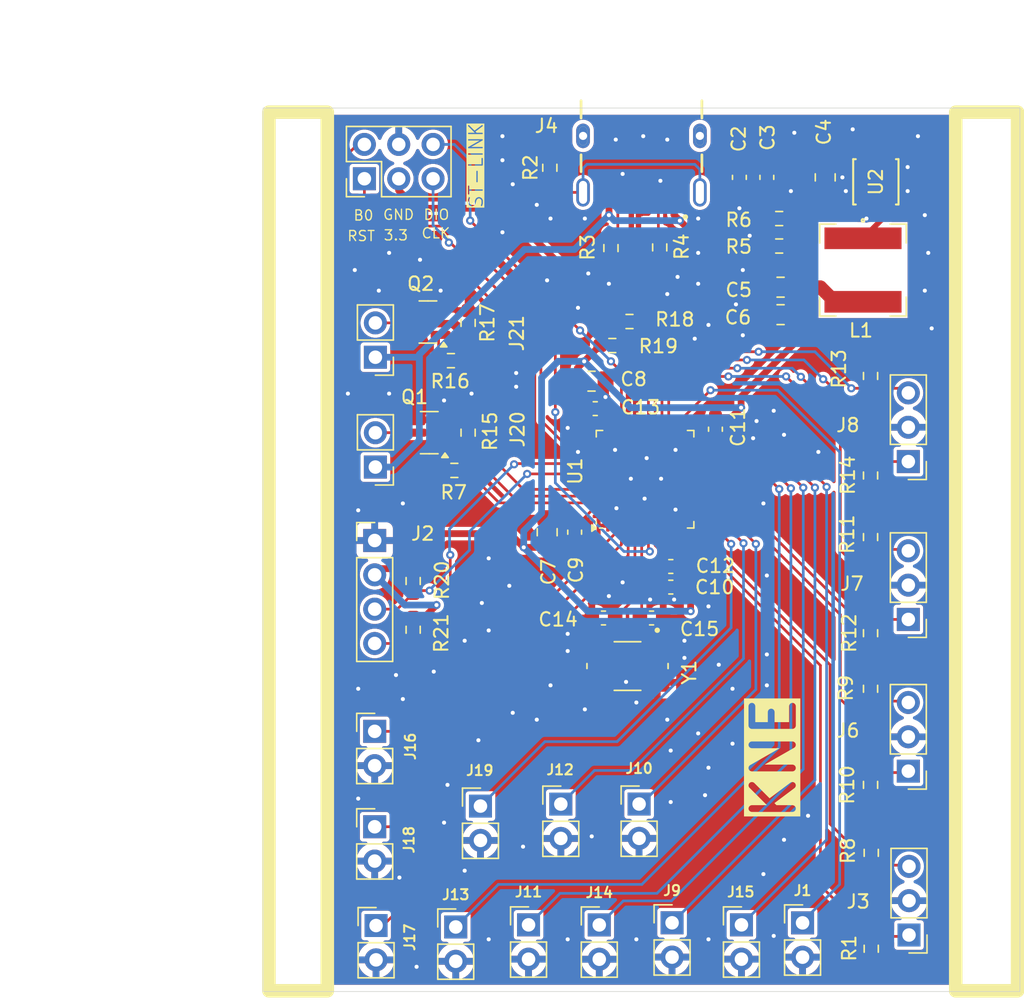
<source format=kicad_pcb>
(kicad_pcb (version 20221018) (generator pcbnew)
  (layers (0 "F.Cu" signal) (31 "B.Cu" signal) (34 "B.Paste" user) (35 "F.Paste" user) (36 "B.SilkS" user "B.Silkscreen") (37 "F.SilkS" user "F.Silkscreen") (38 "B.Mask" user) (39 "F.Mask" user) (44 "Edge.Cuts" user))
  (net 0 "")
  (net 1 "+5V")
  (net 2 "GND")
  (net 3 "+3.3V")
  (net 4 "Net-(U1-PF0)")
  (net 5 "Net-(U1-PF1)")
  (net 6 "/Button11")
  (net 7 "/SDA")
  (net 8 "/SCL")
  (net 9 "/EncB1")
  (net 10 "/EncA1")
  (net 11 "/D-")
  (net 12 "/D+")
  (net 14 "Net-(J4-CC2)")
  (net 15 "Net-(J4-CC1)")
  (net 17 "/NRST")
  (net 18 "/BOOT0")
  (net 19 "/SWCLK")
  (net 20 "/SWDIO")
  (net 21 "/EncB2")
  (net 22 "/EncA2")
  (net 23 "/EncB3")
  (net 24 "/EncA3")
  (net 25 "/EncB0")
  (net 26 "/EncA0")
  (net 27 "/Button9")
  (net 28 "/Button5")
  (net 29 "/Button7")
  (net 30 "/Button4")
  (net 31 "/Button6")
  (net 32 "/Button8")
  (net 33 "/Button10")
  (net 34 "/Button0")
  (net 35 "/Button2")
  (net 36 "/Button1")
  (net 37 "/Button3")
  (net 38 "Net-(J20-Pin_2)")
  (net 39 "Net-(J21-Pin_2)")
  (net 40 "Net-(U2-SW)")
  (net 41 "Net-(Q1-G)")
  (net 42 "Net-(Q2-G)")
  (net 43 "Net-(J4-SHIELD)")
  (net 44 "Net-(U2-FB{slash}VO)")
  (net 45 "/out2")
  (net 46 "/out1")
  (footprint "Connector_PinHeader_2.54mm:PinHeader_1x02_P2.54mm_Vertical" (layer "F.Cu") (at 131.3688 107.437)
    (fp_text reference "J17")
    (fp_text value "Conn_01x02")
  )
  (footprint "Connector_PinHeader_2.54mm:PinHeader_1x02_P2.54mm_Vertical" (layer "F.Cu") (at 131.318 65.3796 180)
    (fp_text reference "J21")
    (fp_text value "Conn_01x02")
  )
  (footprint "Resistor_SMD:R_0603_1608Metric_Pad0.98x0.95mm_HandSolder" (layer "F.Cu") (at 167.9448 97.028 90)
    (fp_text reference "R10")
    (fp_text value "10k")
  )
  (footprint "Connector_PinHeader_2.54mm:PinHeader_1x02_P2.54mm_Vertical" (layer "F.Cu") (at 145.034 98.4504)
    (fp_text reference "J12")
    (fp_text value "Conn_01x02")
  )
  (footprint "Resistor_SMD:R_0603_1608Metric_Pad0.98x0.95mm_HandSolder" (layer "F.Cu") (at 138.176 62.8396 -90)
    (fp_text reference "R17")
    (fp_text value "10k")
  )
  (footprint "Package_TO_SOT_SMD:SOT-23" (layer "F.Cu") (at 135.2065 62.7736 180)
    (fp_text reference "Q2")
    (fp_text value "Q_NMOS_GSD")
  )
  (footprint "Resistor_SMD:R_0603_1608Metric_Pad0.98x0.95mm_HandSolder" (layer "F.Cu") (at 167.9448 85.8012 90)
    (fp_text reference "R12")
    (fp_text value "10k")
  )
  (footprint "Package_DFN_QFN:QFN-48-1EP_7x7mm_P0.5mm_EP5.6x5.6mm" (layer "F.Cu") (at 151.2655 74.41 90)
    (fp_text reference "U1")
    (fp_text value "STM32F072C8Ux")
  )
  (footprint "Resistor_SMD:R_0603_1608Metric_Pad0.98x0.95mm_HandSolder" (layer "F.Cu") (at 150.114 62.738)
    (fp_text reference "R18")
    (fp_text value "1.5k")
  )
  (footprint "Connector_PinHeader_2.54mm:PinHeader_2x03_P2.54mm_Vertical" (layer "F.Cu") (at 130.5052 52.1716 90)
    (fp_text reference "J5" hide)
    (fp_text value "Conn_02x03_Counter_Clockwise")
  )
  (footprint "Resistor_SMD:R_0603_1608Metric_Pad0.98x0.95mm_HandSolder" (layer "F.Cu") (at 152.3492 57.2516 -90)
    (fp_text reference "R4")
    (fp_text value "5.1k")
  )
  (footprint "Capacitor_SMD:C_0805_2012Metric_Pad1.18x1.45mm_HandSolder" (layer "F.Cu") (at 147.306 67.152)
    (fp_text reference "C8")
    (fp_text value "4.7u")
  )
  (footprint "Connector_PinHeader_2.54mm:PinHeader_1x04_P2.54mm_Vertical" (layer "F.Cu") (at 131.2672 78.9432)
    (fp_text reference "J2")
    (fp_text value "Conn_01x04")
  )
  (footprint "Capacitor_SMD:C_0603_1608Metric_Pad1.08x0.95mm_HandSolder" (layer "F.Cu") (at 153.1695 80.868 180)
    (fp_text reference "C12")
    (fp_text value "100n")
  )
  (footprint "Capacitor_SMD:C_0603_1608Metric_Pad1.08x0.95mm_HandSolder" (layer "F.Cu") (at 146.0575 78.328 90)
    (fp_text reference "C9")
    (fp_text value "100n")
  )
  (footprint "Resistor_SMD:R_0603_1608Metric_Pad0.98x0.95mm_HandSolder" (layer "F.Cu") (at 136.906 65.6336 180)
    (fp_text reference "R16")
    (fp_text value "10k")
  )
  (footprint "Connector_PinHeader_2.54mm:PinHeader_1x02_P2.54mm_Vertical" (layer "F.Cu") (at 162.9156 107.2388)
    (fp_text reference "J1")
    (fp_text value "Conn_01x02")
  )
  (footprint "Resistor_SMD:R_0603_1608Metric_Pad0.98x0.95mm_HandSolder" (layer "F.Cu") (at 134.112 81.9404 -90)
    (fp_text reference "R20")
    (fp_text value "1.5k")
  )
  (footprint "Connector_PinHeader_2.54mm:PinHeader_1x02_P2.54mm_Vertical" (layer "F.Cu") (at 131.2672 100.1268)
    (fp_text reference "J18")
    (fp_text value "Conn_01x02")
  )
  (footprint "Resistor_SMD:R_0603_1608Metric_Pad0.98x0.95mm_HandSolder" (layer "F.Cu") (at 161.1865 57.15 180)
    (fp_text reference "R5")
    (fp_text value "0")
  )
  (footprint "Capacitor_SMD:C_0603_1608Metric_Pad1.08x0.95mm_HandSolder" (layer "F.Cu") (at 156.4715 70.708 -90)
    (fp_text reference "C11")
    (fp_text value "100n")
  )
  (footprint "Resistor_SMD:R_0603_1608Metric_Pad0.98x0.95mm_HandSolder" (layer "F.Cu") (at 138.176 70.9626 -90)
    (fp_text reference "R15")
    (fp_text value "10k")
  )
  (footprint "Connector_PinHeader_2.54mm:PinHeader_1x02_P2.54mm_Vertical" (layer "F.Cu") (at 158.3944 107.3862)
    (fp_text reference "J15")
    (fp_text value "Conn_01x02")
  )
  (footprint "Resistor_SMD:R_0603_1608Metric_Pad0.98x0.95mm_HandSolder" (layer "F.Cu") (at 137.16 73.7566 180)
    (fp_text reference "R7")
    (fp_text value "10k")
  )
  (footprint "Resistor_SMD:R_0603_1608Metric_Pad0.98x0.95mm_HandSolder" (layer "F.Cu") (at 167.9956 102.0572 -90)
    (fp_text reference "R8")
    (fp_text value "10k")
  )
  (footprint "Capacitor_SMD:C_0805_2012Metric_Pad1.18x1.45mm_HandSolder" (layer "F.Cu") (at 161.29 60.198 180)
    (fp_text reference "C5")
    (fp_text value "10u")
  )
  (footprint "Connector_PinHeader_2.54mm:PinHeader_1x02_P2.54mm_Vertical" (layer "F.Cu") (at 139.0904 98.5978)
    (fp_text reference "J19")
    (fp_text value "Conn_01x02")
  )
  (footprint "Capacitor_SMD:C_0805_2012Metric_Pad1.18x1.45mm_HandSolder" (layer "F.Cu") (at 161.29 62.23 180)
    (fp_text reference "C6")
    (fp_text value "10u")
  )
  (footprint "Connector_PinHeader_2.54mm:PinHeader_1x02_P2.54mm_Vertical" (layer "F.Cu") (at 153.2636 107.2338)
    (fp_text reference "J9")
    (fp_text value "Conn_01x02")
  )
  (footprint "Resistor_SMD:R_0603_1608Metric_Pad0.98x0.95mm_HandSolder" (layer "F.Cu") (at 144.2212 51.3588 90)
    (fp_text reference "R2")
    (fp_text value "0")
  )
  (footprint "Connector_PinHeader_2.54mm:PinHeader_1x02_P2.54mm_Vertical" (layer "F.Cu") (at 131.318 73.5076 180)
    (fp_text reference "J20")
    (fp_text value "Conn_01x02")
  )
  (footprint "Capacitor_SMD:C_0603_1608Metric_Pad1.08x0.95mm_HandSolder" (layer "F.Cu") (at 153.1695 82.392 180)
    (fp_text reference "C10")
    (fp_text value "1u")
  )
  (footprint "Capacitor_SMD:C_0805_2012Metric_Pad1.18x1.45mm_HandSolder" (layer "F.Cu") (at 164.592 52.07 -90)
    (fp_text reference "C4")
    (fp_text value "4.7u")
  )
  (footprint "Resistor_SMD:R_0603_1608Metric_Pad0.98x0.95mm_HandSolder" (layer "F.Cu") (at 148.844 64.516)
    (fp_text reference "R19")
    (fp_text value "1.5k")
  )
  (footprint "Resistor_SMD:R_0603_1608Metric_Pad0.98x0.95mm_HandSolder" (layer "F.Cu") (at 167.9448 78.6892 -90)
    (fp_text reference "R11")
    (fp_text value "10k")
  )
  (footprint "Resistor_SMD:R_0603_1608Metric_Pad0.98x0.95mm_HandSolder" (layer "F.Cu") (at 148.7424 57.3024 -90)
    (fp_text reference "R3")
    (fp_text value "5.1k")
  )
  (footprint "Resistor_SMD:R_0603_1608Metric_Pad0.98x0.95mm_HandSolder" (layer "F.Cu") (at 167.9956 109.1542 90)
    (fp_text reference "R1")
    (fp_text value "10k")
  )
  (footprint "Capacitor_SMD:C_0603_1608Metric_Pad1.08x0.95mm_HandSolder" (layer "F.Cu") (at 158.242 52.07 -90)
    (fp_text reference "C2")
    (fp_text value "1u")
  )
  (footprint "Capacitor_SMD:C_0603_1608Metric_Pad1.08x0.95mm_HandSolder" (layer "F.Cu") (at 147.5815 69.184)
    (fp_text reference "C13")
    (fp_text value "100n")
  )
  (footprint "Connector_PinHeader_2.54mm:PinHeader_1x02_P2.54mm_Vertical" (layer "F.Cu") (at 147.8788 107.3912)
    (fp_text reference "J14")
    (fp_text value "Conn_01x02")
  )
  (footprint "footprints:DFN_6PU33R_STM" (layer "F.Cu") (at 168.336001 52.4002 90)
    (fp_text reference "U2")
    (fp_text value "ST1S06PU33R")
  )
  (footprint "Resistor_SMD:R_0603_1608Metric_Pad0.98x0.95mm_HandSolder" (layer "F.Cu") (at 134.112 85.5472 -90)
    (fp_text reference "R21")
    (fp_text value "1.5k")
  )
  (footprint "Connector_PinHeader_2.54mm:PinHeader_1x03_P2.54mm_Vertical" (layer "F.Cu") (at 170.7388 84.7852 180)
    (fp_text reference "J7")
    (fp_text value "Conn_01x03")
  )
  (footprint "Connector_PinHeader_2.54mm:PinHeader_1x03_P2.54mm_Vertical" (layer "F.Cu") (at 170.7388 96.012 180)
    (fp_text reference "J6")
    (fp_text value "Conn_01x03")
  )
  (footprint "Connector_PinHeader_2.54mm:PinHeader_1x03_P2.54mm_Vertical" (layer "F.Cu") (at 170.7388 73.1012 180)
    (fp_text reference "J8")
    (fp_text value "Conn_01x03")
  )
  (footprint "Connector_PinHeader_2.54mm:PinHeader_1x03_P2.54mm_Vertical" (layer "F.Cu") (at 170.7896 108.1382 180)
    (fp_text reference "J3")
    (fp_text value "Conn_01x03")
  )
  (footprint "Connector_PinHeader_2.54mm:PinHeader_1x02_P2.54mm_Vertical" (layer "F.Cu") (at 137.2616 107.5436)
    (fp_text reference "J13")
    (fp_text value "Conn_01x02")
  )
  (footprint "Resistor_SMD:R_0603_1608Metric_Pad0.98x0.95mm_HandSolder" (layer "F.Cu") (at 167.9448 66.7662 -90)
    (fp_text reference "R13")
    (fp_text value "10k")
  )
  (footprint "Resistor_SMD:R_0603_1608Metric_Pad0.98x0.95mm_HandSolder" (layer "F.Cu") (at 167.9448 89.916 -90)
    (fp_text reference "R9")
    (fp_text value "10k")
  )
  (footprint "Resistor_SMD:R_0603_1608Metric_Pad0.98x0.95mm_HandSolder" (layer "F.Cu") (at 161.1865 55.118 180)
    (fp_text reference "R6")
    (fp_text value "DNP")
  )
  (footprint "USB4105GFA120:GCT_USB4105GFA120" (layer "F.Cu") (at 151 49 180)
    (fp_text reference "J4")
    (fp_text value "USB_C_Receptacle_USB2.0_16P")
    (fp_line (start -4.62 0.4) (end -4.62 -0.4) (stroke (width 0.01)) (layer "Edge.Cuts"))
    (fp_line (start -4.02 -0.4) (end -4.02 0.4) (stroke (width 0.01)) (layer "Edge.Cuts"))
    (fp_line (start 4.02 0.4) (end 4.02 -0.4) (stroke (width 0.01)) (layer "Edge.Cuts"))
    (fp_line (start 4.62 -0.4) (end 4.62 0.4) (stroke (width 0.01)) (layer "Edge.Cuts"))
    (fp_arc (start -4.62 -0.4) (mid -4.532132 -0.612132) (end -4.32 -0.7) (stroke (width 0.01)) (layer "Edge.Cuts"))
    (fp_arc (start -4.32 -0.7) (mid -4.107868 -0.612132) (end -4.02 -0.4) (stroke (width 0.01)) (layer "Edge.Cuts"))
    (fp_arc (start -4.32 0.7) (mid -4.532132 0.612132) (end -4.62 0.4) (stroke (width 0.01)) (layer "Edge.Cuts"))
    (fp_arc (start -4.02 0.4) (mid -4.107868 0.612132) (end -4.32 0.7) (stroke (width 0.01)) (layer "Edge.Cuts"))
    (fp_arc (start 4.02 -0.4) (mid 4.107868 -0.612132) (end 4.32 -0.7) (stroke (width 0.01)) (layer "Edge.Cuts"))
    (fp_arc (start 4.32 -0.7) (mid 4.532132 -0.612132) (end 4.62 -0.4) (stroke (width 0.01)) (layer "Edge.Cuts"))
    (fp_arc (start 4.32 0.7) (mid 4.107868 0.612132) (end 4.02 0.4) (stroke (width 0.01)) (layer "Edge.Cuts"))
    (fp_arc (start 4.62 0.4) (mid 4.532132 0.612132) (end 4.32 0.7) (stroke (width 0.01)) (layer "Edge.Cuts"))
  )
  (footprint "Connector_PinHeader_2.54mm:PinHeader_1x02_P2.54mm_Vertical" (layer "F.Cu") (at 142.6464 107.3862)
    (fp_text reference "J11")
    (fp_text value "Conn_01x02")
  )
  (footprint "ABMM2-8.000MHZ-E2-T:XTAL_ABMM2-8.000MHZ-E2-T" (layer "F.Cu") (at 149.968 88.234 -90)
    (fp_text reference "Y1")
    (fp_text value "ABMM2-8")
  )
  (footprint "Capacitor_SMD:C_0805_2012Metric_Pad1.18x1.45mm_HandSolder" (layer "F.Cu") (at 144.0255 78.328 90)
    (fp_text reference "C7")
    (fp_text value "4.7u")
  )
  (footprint "Package_TO_SOT_SMD:SOT-23" (layer "F.Cu") (at 135.3035 70.9626 180)
    (fp_text reference "Q1")
    (fp_text value "Q_NMOS_GSD")
  )
  (footprint "Connector_PinHeader_2.54mm:PinHeader_1x02_P2.54mm_Vertical" (layer "F.Cu") (at 131.2672 93.0656)
    (fp_text reference "J16")
    (fp_text value "Conn_01x02")
  )
  (footprint "Resistor_SMD:R_0603_1608Metric_Pad0.98x0.95mm_HandSolder" (layer "F.Cu") (at 167.9448 74.1322 90)
    (fp_text reference "R14")
    (fp_text value "10k")
  )
  (footprint "Connector_PinHeader_2.54mm:PinHeader_1x02_P2.54mm_Vertical" (layer "F.Cu") (at 150.8252 98.4454)
    (fp_text reference "J10")
    (fp_text value "Conn_01x02")
  )
  (footprint "Inductor_SMD:L_Bourns-SRN6028" (layer "F.Cu") (at 167.386 58.928 -90)
    (fp_text reference "L1")
    (fp_text value "3.3u")
  )
  (footprint "Capacitor_SMD:C_0603_1608Metric_Pad1.08x0.95mm_HandSolder" (layer "F.Cu") (at 160.274 52.07 -90)
    (fp_text reference "C3")
    (fp_text value "1u")
  )
  (footprint "Capacitor_SMD:C_0603_1608Metric_Pad1.08x0.95mm_HandSolder" (layer "F.Cu") (at 148.19 84.678)
    (fp_text reference "C14")
    (fp_text value "4p")
  )
  (footprint "Capacitor_SMD:C_0603_1608Metric_Pad1.08x0.95mm_HandSolder" (layer "F.Cu") (at 151.746 84.678)
    (fp_text reference "C15")
    (fp_text value "4p")
  )
  (gr_rect (start 123.444 47.244) (end 127.762 112.268) (stroke (width 1)) (fill none) (layer "F.SilkS"))
  (gr_rect (start 174.244 47.244) (end 178.816 112.268) (stroke (width 1)) (fill none) (layer "F.SilkS"))
  (gr_rect (start 123.016 46.9392) (end 178.99 112.3188) (stroke (width 0.05)) (fill none) (layer "Edge.Cuts"))
  (gr_text "KNE" (at 162.56 99.822 90) (layer "F.SilkS" knockout) (effects (font (size 3 3) (thickness 0.5) bold) (justify left bottom)))
  (gr_text "ST-LINK" (at 139.3444 54.4068 90) (layer "F.SilkS" knockout) (effects (font (size 1 1) (thickness 0.1)) (justify left bottom)))
  (gr_text "GND" (at 131.826 55.2704) (layer "F.SilkS") (effects (font (size 0.75 0.75) (thickness 0.1)) (justify left bottom)))
  (gr_text "3.3" (at 131.8768 56.7944) (layer "F.SilkS") (effects (font (size 0.75 0.75) (thickness 0.1)) (justify left bottom)))
  (gr_text "B0" (at 129.6416 55.3212) (layer "F.SilkS") (effects (font (size 0.75 0.75) (thickness 0.1)) (justify left bottom)))
  (gr_text "CLK" (at 134.6708 56.642) (layer "F.SilkS") (effects (font (size 0.75 0.75) (thickness 0.1)) (justify left bottom)))
  (gr_text "RST" (at 129.1844 56.8452) (layer "F.SilkS") (effects (font (size 0.75 0.75) (thickness 0.1)) (justify left bottom)))
  (gr_text "DIO" (at 134.8232 55.2704) (layer "F.SilkS") (effects (font (size 0.75 0.75) (thickness 0.1)) (justify left bottom)))
  (segment (start 157.3773 51.2075) (end 156.8704 51.7144) (width 0.5) (layer "F.Cu") (net 1))
  (segment (start 154.45 55.88) (end 153.8404 55.2704) (width 0.5) (layer "F.Cu") (net 1))
  (segment (start 158.242 51.2075) (end 160.274 51.2075) (width 1) (layer "F.Cu") (net 1))
  (segment (start 164.417 51.2075) (end 164.592 51.0325) (width 0.2) (layer "F.Cu") (net 1))
  (segment (start 156.8704 54.9656) (end 155.956 55.88) (width 0.5) (layer "F.Cu") (net 1))
  (segment (start 164.6721 50.9524) (end 167.386 50.9524) (width 0.6) (layer "F.Cu") (net 1))
  (segment (start 156.8704 51.7144) (end 156.8704 54.9656) (width 0.5) (layer "F.Cu") (net 1))
  (segment (start 167.386 50.9524) (end 168.336001 50.9524) (width 0.6) (layer "F.Cu") (net 1))
  (segment (start 148.65 53.705) (end 148.65 53.4416) (width 0.5) (layer "F.Cu") (net 1))
  (segment (start 148.6 54.854) (end 148.59 54.864) (width 0.5) (layer "F.Cu") (net 1))
  (segment (start 155.956 55.88) (end 154.45 55.88) (width 0.5) (layer "F.Cu") (net 1))
  (segment (start 164.592 51.0325) (end 162.2778 51.0325) (width 1) (layer "F.Cu") (net 1))
  (segment (start 153.4 54.83) (end 153.8404 55.2704) (width 0.5) (layer "F.Cu") (net 1))
  (segment (start 162.2778 51.0325) (end 162.1028 51.2075) (width 0.2) (layer "F.Cu") (net 1))
  (segment (start 164.592 51.0325) (end 164.6721 50.9524) (width 0.6) (layer "F.Cu") (net 1))
  (segment (start 153.4 53.755) (end 153.4 54.83) (width 0.5) (layer "F.Cu") (net 1))
  (segment (start 148.6 53.755) (end 148.65 53.705) (width 0.5) (layer "F.Cu") (net 1))
  (segment (start 160.274 51.2075) (end 162.1028 51.2075) (width 1) (layer "F.Cu") (net 1))
  (segment (start 148.6 53.755) (end 148.6 54.854) (width 0.5) (layer "F.Cu") (net 1))
  (segment (start 158.242 51.2075) (end 157.3773 51.2075) (width 0.5) (layer "F.Cu") (net 1))
  (segment (start 169.286002 50.9524) (end 168.336001 50.9524) (width 0.6) (layer "F.Cu") (net 1))
  (via (at 148.59 54.864) (size 0.6) (drill 0.3) (layers "F.Cu" "B.Cu") (net 1))
  (via (at 153.8404 55.2704) (size 0.6) (drill 0.3) (layers "F.Cu" "B.Cu") (net 1))
  (segment (start 134.5692 65.1764) (end 142.3416 57.404) (width 0.5) (layer "B.Cu") (net 1))
  (segment (start 148.9964 55.2704) (end 153.8404 55.2704) (width 0.5) (layer "B.Cu") (net 1))
  (segment (start 134.5692 66.2432) (end 134.5692 65.1764) (width 0.5) (layer "B.Cu") (net 1))
  (segment (start 134.5692 71.5264) (end 134.5692 66.2432) (width 0.5) (layer "B.Cu") (net 1))
  (segment (start 146.05 57.404) (end 148.59 54.864) (width 0.5) (layer "B.Cu") (net 1))
  (segment (start 142.3416 57.404) (end 146.05 57.404) (width 0.5) (layer "B.Cu") (net 1))
  (segment (start 148.59 54.864) (end 148.9964 55.2704) (width 0.5) (layer "B.Cu") (net 1))
  (segment (start 134.5692 65.3796) (end 131.318 65.3796) (width 0.5) (layer "B.Cu") (net 1))
  (segment (start 131.318 73.5076) (end 132.588 73.5076) (width 0.5) (layer "B.Cu") (net 1))
  (segment (start 132.588 73.5076) (end 134.5692 71.5264) (width 0.5) (layer "B.Cu") (net 1))
  (segment (start 134.5692 66.2432) (end 134.5692 65.3796) (width 0.5) (layer "B.Cu") (net 1))
  (segment (start 149.0155 70.9725) (end 149.0155 69.7555) (width 0.2) (layer "F.Cu") (net 2))
  (segment (start 154.2 53.755) (end 154.2 54.124) (width 0.4) (layer "F.Cu") (net 2))
  (segment (start 154.703 72.16) (end 155.882 72.16) (width 0.2) (layer "F.Cu") (net 2))
  (segment (start 149.0155 69.7555) (end 148.444 69.184) (width 0.2) (layer "F.Cu") (net 2))
  (segment (start 154.2 54.124) (end 155.194 55.118) (width 0.4) (layer "F.Cu") (net 2))
  (segment (start 152.307 79.598971) (end 152.307 80.868) (width 0.2) (layer "F.Cu") (net 2))
  (segment (start 155.882 72.16) (end 156.4715 71.5705) (width 0.2) (layer "F.Cu") (net 2))
  (segment (start 146.570614 77.4655) (end 146.0575 77.4655) (width 0.2) (layer "F.Cu") (net 2))
  (segment (start 152.0155 77.8475) (end 152.0155 79.307471) (width 0.2) (layer "F.Cu") (net 2))
  (segment (start 152.0155 79.307471) (end 152.307 79.598971) (width 0.2) (layer "F.Cu") (net 2))
  (segment (start 147.828 76.66) (end 147.376114 76.66) (width 0.2) (layer "F.Cu") (net 2))
  (segment (start 147.376114 76.66) (end 146.570614 77.4655) (width 0.2) (layer "F.Cu") (net 2))
  (via (at 154.178 87.63) (size 0.6) (drill 0.3) (layers "F.Cu" "B.Cu") (net 2))
  (via (at 152.908 49.276) (size 0.6) (drill 0.3) (layers "F.Cu" "B.Cu") (net 2))
  (via (at 132.842 88.9) (size 0.6) (drill 0.3) (layers "F.Cu" "B.Cu") (net 2))
  (via (at 170.688 53.086) (size 0.6) (drill 0.3) (layers "F.Cu" "B.Cu") (net 2))
  (via (at 130.048 98.044) (size 0.6) (drill 0.3) (layers "F.Cu" "B.Cu") (net 2))
  (via (at 136.398 99.822) (size 0.6) (drill 0.3) (layers "F.Cu" "B.Cu") (net 2))
  (via (at 133.096 103.886) (size 0.6) (drill 0.3) (layers "F.Cu" "B.Cu") (net 2))
  (via (at 144.272 55.118) (size 0.6) (drill 0.3) (layers "F.Cu" "B.Cu") (net 2))
  (via (at 148.59 83.058) (size 0.6) (drill 0.3) (layers "F.Cu" "B.Cu") (net 2))
  (via (at 172.466 63.246) (size 0.6) (drill 0.3) (layers "F.Cu" "B.Cu") (net 2))
  (via (at 146.812 55.118) (size 0.6) (drill 0.3) (layers "F.Cu" "B.Cu") (net 2))
  (via (at 147.066 59.182) (size 0.6) (drill 0.3) (layers "F.Cu" "B.Cu") (net 2))
  (via (at 134.366 110.49) (size 0.6) (drill 0.3) (layers "F.Cu" "B.Cu") (net 2))
  (via (at 160.02 103.632) (size 0.6) (drill 0.3) (layers "F.Cu" "B.Cu") (net 2))
  (via (at 159.258 71.374) (size 0.6) (drill 0.3) (layers "F.Cu" "B.Cu") (net 2))
  (via (at 145.542 85.852) (size 0.6) (drill 0.3) (layers "F.Cu" "B.Cu") (net 2))
  (via (at 158.242 54.356) (size 0.6) (drill 0.3) (layers "F.Cu" "B.Cu") (net 2))
  (via (at 141.224 82.296) (size 0.6) (drill 0.3) (layers "F.Cu" "B.Cu") (net 2))
  (via (at 154.94 64.008) (size 0.6) (drill 0.3) (layers "F.Cu" "B.Cu") (net 2))
  (via (at 160.274 81.534) (size 0.6) (drill 0.3) (layers "F.Cu" "B.Cu") (net 2))
  (via (at 171.45 49.022) (size 0.6) (drill 0.3) (layers "F.Cu" "B.Cu") (net 2))
  (via (at 130.048 76.708) (size 0.6) (drill 0.3) (layers "F.Cu" "B.Cu") (net 2))
  (via (at 170.688 51.308) (size 0.6) (drill 0.3) (layers "F.Cu" "B.Cu") (net 2))
  (via (at 160.782 108.204) (size 0.6) (drill 0.3) (layers "F.Cu" "B.Cu") (net 2))
  (via (at 157.988 61.468) (size 0.6) (drill 0.3) (layers "F.Cu" "B.Cu") (net 2))
  (via (at 151.13 49.022) (size 0.6) (drill 0.3) (layers "F.Cu" "B.Cu") (net 2))
  (via (at 136.652 97.028) (size 0.6) (drill 0.3) (layers "F.Cu" "B.Cu") (net 2))
  (via (at 146.304 61.722) (size 0.6) (drill 0.3) (layers "F.Cu" "B.Cu") (net 2))
  (via (at 148.336 68.326) (size 0.6) (drill 0.3) (layers "F.Cu" "B.Cu") (net 2))
  (via (at 152.908 92.202) (size 0.6) (drill 0.3) (layers "F.Cu" "B.Cu") (net 2))
  (via (at 133.35 90.678) (size 0.6) (drill 0.3) (layers "F.Cu" "B.Cu") (net 2))
  (via (at 149.606 82.042) (size 0.6) (drill 0.3) (layers "F.Cu" "B.Cu") (net 2))
  (via (at 141.478 91.694) (size 0.6) (drill 0.3) (layers "F.Cu" "B.Cu") (net 2))
  (via (at 146.812 91.44) (size 0.6) (drill 0.3) (layers "F.Cu" "B.Cu") (net 2))
  (via (at 135.636 88.646) (size 0.6) (drill 0.3) (layers "F.Cu" "B.Cu") (net 2))
  (via (at 149.0472 72.2376) (size 0.6) (drill 0.3) (layers "F.Cu" "B.Cu") (net 2))
  (via (at 158.496 58.928) (size 0.6) (drill 0.3) (layers "F.Cu" "B.Cu") (net 2))
  (via (at 136.398 68.58) (size 0.6) (drill 0.3) (layers "F.Cu" "B.Cu") (net 2))
  (via (at 143.256 92.202) (size 0.6) (drill 0.3) (layers "F.Cu" "B.Cu") (net 2))
  (via (at 151.638 83.312) (size 0.6) (drill 0.3) (layers "F.Cu" "B.Cu") (net 2))
  (via (at 145.542 87.122) (size 0.6) (drill 0.3) (layers "F.Cu" "B.Cu") (net 2))
  (via (at 153.162 98.298) (size 0.6) (drill 0.3) (layers "F.Cu" "B.Cu") (net 2))
  (via (at 144.272 89.662) (size 0.6) (drill 0.3) (layers "F.Cu" "B.Cu") (net 2))
  (via (at 152.4 52.324) (size 0.6) (drill 0.3) (layers "F.Cu" "B.Cu") (net 2))
  (via (at 133.35 76.2) (size 0.6) (drill 0.3) (layers "F.Cu" "B.Cu") (net 2))
  (via (at 160.274 87.376) (size 0.6) (drill 0.3) (layers "F.Cu" "B.Cu") (net 2))
  (via (at 136.144 60.452) (size 0.6) (drill 0.3) (layers "F.Cu" "B.Cu") (net 2))
  (via (at 171.958 60.452) (size 0.6) (drill 0.3) (layers "F.Cu" "B.Cu") (net 2))
  (via (at 155.956 95.758) (size 0.6) (drill 0.3) (layers "F.Cu" "B.Cu") (net 2))
  (via (at 167.64 55.118) (size 0.6) (drill 0.3) (layers "F.Cu" "B.Cu") (net 2))
  (via (at 145.542 70.612) (size 0.6) (drill 0.3) (layers "F.Cu" "B.Cu") (net 2))
  (via (at 159.512 70.104) (size 0.6) (drill 0.3) (layers "F.Cu" "B.Cu") (net 2))
  (via (at 129.286 68.072) (size 0.6) (drill 0.3) (layers "F.Cu" "B.Cu") (net 2))
  (via (at 154.178 86.36) (size 0.6) (drill 0.3) (layers "F.Cu" "B.Cu") (net 2))
  (via (at 141.732 67.564) (size 0.6) (drill 0.3) (layers "F.Cu" "B.Cu") (net 2))
  (via (at 138.938 93.726) (size 0.6) (drill 0.3) (layers "F.Cu" "B.Cu") (net 2))
  (via (at 155.702 97.79) (size 0.6) (drill 0.3) (layers "F.Cu" "B.Cu") (net 2))
  (via (at 148.59 59.944) (size 0.6) (drill 0.3) (layers "F.Cu" "B.Cu") (net 2))
  (via (at 149.098 49.276) (size 0.6) (drill 0.3) (layers "F.Cu" "B.Cu") (net 2))
  (via (at 150.2156 74.3712) (size 0.6) (drill 0.3) (layers "F.Cu" "B.Cu") (net 2))
  (via (at 155.194 93.218) (size 0.6) (drill 0.3) (layers "F.Cu" "B.Cu") (net 2))
  (via (at 155.194 55.118) (size 0.6) (drill 0.3) (layers "F.Cu" "B.Cu") (net 2))
  (via (at 153.5176 72.2376) (size 0.6) (drill 0.3) (layers "F.Cu" "B.Cu") (net 2))
  (via (at 140.716 50.8) (size 0.6) (drill 0.3) (layers "F.Cu" "B.Cu") (net 2))
  (via (at 171.958 54.864) (size 0.6) (drill 0.3) (layers "F.Cu" "B.Cu") (net 2))
  (via (at 140.716 49.022) (size 0.6) (drill 0.3) (layers "F.Cu" "B.Cu") (net 2))
  (via (at 139.192 83.566) (size 0.6) (drill 0.3) (layers "F.Cu" "B.Cu") (net 2))
  (via (at 155.194 59.944) (size 0.6) (drill 0.3) (layers "F.Cu" "B.Cu") (net 2))
  (via (at 149.86 89.408) (size 0.6) (drill 0.3) (layers "F.Cu" "B.Cu") (net 2))
  (via (at 138.43 68.072) (size 0.6) (drill 0.3) (layers "F.Cu" "B.Cu") (net 2))
  (via (at 162.052 53.086) (size 0.6) (drill 0.3) (layers "F.Cu" "B.Cu") (net 2))
  (via (at 134.62 58.166) (size 0.6) (drill 0.3) (layers "F.Cu" "B.Cu") (net 2))
  (via (at 139.7 108.458) (size 0.6) (drill 0.3) (layers "F.Cu" "B.Cu") (net 2))
  (via (at 160.02 76.2) (size 0.6) (drill 0.3) (layers "F.Cu" "B.Cu") (net 2))
  (via (at 172.212 57.658) (size 0.6) (drill 0.3) (layers "F.Cu" "B.Cu") (net 2))
  (via (at 155.956 62.992) (size 0.6) (drill 0.3) (layers "F.Cu" "B.Cu") (net 2))
  (via (at 152.4508 74.3712) (size 0.6) (drill 0.3) (layers "F.Cu" "B.Cu") (net 2))
  (via (at 166.116 53.086) (size 0.6) (drill 0.3) (layers "F.Cu" "B.Cu") (net 2))
  (via (at 163.322 99.314) (size 0.6) (drill 0.3) (layers "F.Cu" "B.Cu") (net 2))
  (via (at 129.794 58.928) (size 0.6) (drill 0.3) (layers "F.Cu" "B.Cu") (net 2))
  (via (at 149.606 51.816) (size 0.6) (drill 0.3) (layers "F.Cu" "B.Cu") (net 2))
  (via (at 160.782 69.342) (size 0.6) (drill 0.3) (layers "F.Cu" "B.Cu") (net 2))
  (via (at 144.018 59.69) (size 0.6) (drill 0.3) (layers "F.Cu" "B.Cu") (net 2))
  (via (at 147.32 100.838) (size 0.6) (drill 0.3) (layers "F.Cu" "B.Cu") (net 2))
  (via (at 165.862 52.07) (size 0.6) (drill 0.3) (layers "F.Cu" "B.Cu") (net 2))
  (via (at 132.334 57.658) (size 0.6) (drill 0.3) (layers "F.Cu" "B.Cu") (net 2))
  (via (at 132.334 68.072) (size 0.6) (drill 0.3) (layers "F.Cu" "B.Cu") (net 2))
  (via (at 166.624 48.514) (size 0.6) (drill 0.3) (layers "F.Cu" "B.Cu") (net 2))
  (via (at 149.1488 76.5556) (size 0.6) (drill 0.3) (layers "F.Cu" "B.Cu") (net 2))
  (via (at 145.542 108.458) (size 0.6) (drill 0.3) (layers "F.Cu" "B.Cu") (net 2))
  (via (at 140.716 56.134) (size 0.6) (drill 0.3) (layers "F.Cu" "B.Cu") (net 2))
  (via (at 162.306 48.768) (size 0.6) (drill 0.3) (layers "F.Cu" "B.Cu") (net 2))
  (via (at 161.544 101.092) (size 0.6) (drill 0.3) (layers "F.Cu" "B.Cu") (net 2))
  (via (at 150.622 108.458) (size 0.6) (drill 0.3) (layers "F.Cu" "B.Cu") (net 2))
  (via (at 161.544 71.12) (size 0.6) (drill 0.3) (layers "F.Cu" "B.Cu") (net 2))
  (via (at 150.622 90.932) (size 0.6) (drill 0.3) (layers "F.Cu" "B.Cu") (net 2))
  (via (at 155.956 83.82) (size 0.6) (drill 0.3) (layers "F.Cu" "B.Cu") (net 2))
  (via (at 157.734 89.916) (size 0.6) (drill 0.3) (layers "F.Cu" "B.Cu") (net 2))
  (via (at 141.478 52.578) (size 0.6) (drill 0.3) (layers "F.Cu" "B.Cu") (net 2))
  (via (at 131.572 60.452) (size 0.6) (drill 0.3) (layers "F.Cu" "B.Cu") (net 2))
  (via (at 139.7 85.598) (size 0.6) (drill 0.3) (layers "F.Cu" "B.Cu") (net 2))
  (via (at 153.416 83.312) (size 0.6) (drill 0.3) (layers "F.Cu" "B.Cu") (net 2))
  (via (at 153.162 94.488) (size 0.6) (drill 0.3) (layers "F.Cu" "B.Cu") (net 2))
  (via (at 146.304 72.39) (size 0.6) (drill 0.3) (layers "F.Cu" "B.Cu") (net 2))
  (via (at 160.274 89.662) (size 0.6) (drill 0.3) (layers "F.Cu" "B.Cu") (net 2))
  (via (at 155.956 108.458) (size 0.6) (drill 0.3) (layers "F.Cu" "B.Cu") (net 2))
  (via (at 142.24 101.6) (size 0.6) (drill 0.3) (layers "F.Cu" "B.Cu") (net 2))
  (via (at 155.194 57.658) (size 0.6) (drill 0.3) (layers "F.Cu" "B.Cu") (net 2))
  (via (at 152.908 60.706) (size 0.6) (drill 0.3) (layers "F.Cu" "B.Cu") (net 2))
  (via (at 153.5176 76.6572) (size 0.6) (drill 0.3) (layers "F.Cu" "B.Cu") (net 2))
  (via (at 139.7 80.264) (size 0.6) (drill 0.3) (layers "F.Cu" "B.Cu") (net 2))
  (via (at 130.048 89.916) (size 0.6) (drill 0.3) (layers "F.Cu" "B.Cu") (net 2))
  (via (at 156.718 88.138) (size 0.6) (drill 0.3) (layers "F.Cu" "B.Cu") (net 2))
  (via (at 153.67 59.436) (size 0.6) (drill 0.3) (layers "F.Cu" "B.Cu") (net 2))
  (via (at 141.732 66.548) (size 0.6) (drill 0.3) (layers "F.Cu" "B.Cu") (net 2))
  (via (at 137.922 103.378) (size 0.6) (drill 0.3) (layers "F.Cu" "B.Cu") (net 2))
  (via (at 143.256 54.102) (size 0.6) (drill 0.3) (layers "F.Cu" "B.Cu") (net 2))
  (via (at 151.2316 75.8444) (size 0.6) (drill 0.3) (layers "F.Cu" "B.Cu") (net 2))
  (via (at 151.384 72.8472) (size 0.6) (drill 0.3) (layers "F.Cu" "B.Cu") (net 2))
  (via (at 164.084 72.39) (size 0.6) (drill 0.3) (layers "F.Cu" "B.Cu") (net 2))
  (via (at 158.496 63.754) (size 0.6) (drill 0.3) (layers "F.Cu" "B.Cu") (net 2))
  (via (at 157.734 93.98) (size 0.6) (drill 0.3) (layers "F.Cu" "B.Cu") (net 2))
  (via (at 159.004 56.388) (size 0.6) (drill 0.3) (layers "F.Cu" "B.Cu") (net 2))
  (via (at 137.922 86.36) (size 0.6) (drill 0.3) (layers "F.Cu" "B.Cu") (net 2))
  (segment (start 161.2392 58.8772) (end 162.3275 59.9655) (width 0.6) (layer "F.Cu") (net 3))
  (segment (start 144.0255 79.3655) (end 145.8825 79.3655) (width 0.5) (layer "F.Cu") (net 3))
  (segment (start 154.032 80.868) (end 154.032 82.392) (width 0.5) (layer "F.Cu") (net 3))
  (segment (start 158.369 68.3006) (end 162.3275 64.3421) (width 0.5) (layer "F.Cu") (net 3))
  (segment (start 134.112 84.6347) (end 134.9229 84.6347) (width 0.5) (layer "F.Cu") (net 3))
  (segment (start 146.2685 67.152) (end 146.2685 68.7335) (width 0.5) (layer "F.Cu") (net 3))
  (segment (start 172.7962 86.9442) (end 172.7962 75.0062) (width 0.5) (layer "F.Cu") (net 3))
  (segment (start 148.5392 63.3476) (end 149.1488 62.738) (width 0.5) (layer "F.Cu") (net 3))
  (segment (start 172.7962 97.5614) (end 172.7962 97.536) (width 0.2) (layer "F.Cu") (net 3))
  (segment (start 167.9448 76.5048) (end 167.9448 75.0447) (width 0.5) (layer "F.Cu") (net 3))
  (segment (start 164.2364 60.198) (end 162.3275 60.198) (width 1) (layer "F.Cu") (net 3))
  (segment (start 154.703 71.66) (end 154.703 71.1538) (width 0.3) (layer "F.Cu") (net 3))
  (segment (start 147.8569 77.8475) (end 147.828 77.8764) (width 0.2) (layer "F.Cu") (net 3))
  (segment (start 162.3275 62.23) (end 162.3275 60.198) (width 1) (layer "F.Cu") (net 3))
  (segment (start 167.9448 65.8537) (end 171.3145 65.8537) (width 0.5) (layer "F.Cu") (net 3))
  (segment (start 148.5155 70.9725) (end 147.7313 70.9725) (width 0.3) (layer "F.Cu") (net 3))
  (segment (start 167.9956 110.0667) (end 172.0765 110.0667) (width 0.5) (layer "F.Cu") (net 3))
  (segment (start 149.1488 62.738) (end 149.2015 62.738) (width 0.2) (layer "F.Cu") (net 3))
  (segment (start 172.8216 67.3608) (end 172.8216 74.9808) (width 0.5) (layer "F.Cu") (net 3))
  (segment (start 167.9448 65.8537) (end 165.9297 65.8537) (width 0.5) (layer "F.Cu") (net 3))
  (segment (start 160.274 57.15) (end 161.2392 58.1152) (width 0.6) (layer "F.Cu") (net 3))
  (segment (start 149.1996 62.738) (end 149.2015 62.738) (width 0.2) (layer "F.Cu") (net 3))
  (segment (start 171.7548 87.9856) (end 172.7962 86.9442) (width 0.5) (layer "F.Cu") (net 3))
  (segment (start 146.2685 67.152) (end 146.2685 66.179) (width 0.5) (layer "F.Cu") (net 3))
  (segment (start 167.386 61.278) (end 165.3164 61.278) (width 0.2) (layer "F.Cu") (net 3))
  (segment (start 171.3145 65.8537) (end 172.8216 67.3608) (width 0.5) (layer "F.Cu") (net 3))
  (segment (start 142.2908 79.4512) (end 143.9398 79.4512) (width 0.5) (layer "F.Cu") (net 3))
  (segment (start 143.9398 79.4512) (end 144.0255 79.3655) (width 0.2) (layer "F.Cu") (net 3))
  (segment (start 134.366 54.356) (end 140.8176 54.356) (width 0.5) (layer "F.Cu") (net 3))
  (segment (start 134.112 81.0279) (end 134.112 80.6704) (width 0.5) (layer "F.Cu") (net 3))
  (segment (start 141.2748 78.4352) (end 142.2908 79.4512) (width 0.5) (layer "F.Cu") (net 3))
  (segment (start 147.828 77.8764) (end 147.828 78.5876) (width 0.3) (layer "F.Cu") (net 3))
  (segment (start 167.9956 99.314) (end 171.0436 99.314) (width 0.5) (layer "F.Cu") (net 3))
  (segment (start 154.6352 82.9564) (end 154.0708 82.392) (width 0.5) (layer "F.Cu") (net 3))
  (segment (start 152.5155 78.9571) (end 154.032 80.4736) (width 0.3) (layer "F.Cu") (net 3))
  (segment (start 172.0765 110.0667) (end 172.7962 109.347) (width 0.5) (layer "F.Cu") (net 3))
  (segment (start 146.719 69.9602) (end 146.719 69.184) (width 0.3) (layer "F.Cu") (net 3))
  (segment (start 171.2976 76.5048) (end 167.9448 76.5048) (width 0.5) (layer "F.Cu") (net 3))
  (segment (start 147.828 77.16) (end 147.828 77.8764) (width 0.3) (layer "F.Cu") (net 3))
  (segment (start 167.9448 87.9856) (end 167.9448 89.0035) (width 0.5) (layer "F.Cu") (net 3))
  (segment (start 167.9448 87.9856) (end 171.7548 87.9856) (width 0.5) (layer "F.Cu") (net 3))
  (segment (start 147.2251 79.1905) (end 146.0575 79.1905) (width 0.3) (layer "F.Cu") (net 3))
  (segment (start 145.8825 79.3655) (end 146.0575 79.1905) (width 0.2) (layer "F.Cu") (net 3))
  (segment (start 147.9315 64.516) (end 148.5392 63.9083) (width 0.5) (layer "F.Cu") (net 3))
  (segment (start 172.7962 109.347) (end 172.7962 97.536) (width 0.5) (layer "F.Cu") (net 3))
  (segment (start 154.703 71.1538) (end 156.0113 69.8455) (width 0.3) (layer "F.Cu") (net 3))
  (segment (start 136.3472 78.4352) (end 141.2748 78.4352) (width 0.5) (layer "F.Cu") (net 3))
  (segment (start 134.112 80.6704) (end 136.3472 78.4352) (width 0.5) (layer "F.Cu") (net 3))
  (segment (start 158.369 69.1134) (end 158.369 68.3006) (width 0.5) (layer "F.Cu") (net 3))
  (segment (start 162.3275 62.2515) (end 162.3275 62.23) (width 0.2) (layer "F.Cu") (net 3))
  (segment (start 152.5155 77.8475) (end 152.5155 78.299386) (width 0.3) (layer "F.Cu") (net 3))
  (segment (start 154.032 80.4736) (end 154.032 80.868) (width 0.2) (layer "F.Cu") (net 3))
  (segment (start 172.8216 74.9808) (end 172.7962 75.0062) (width 0.2) (layer "F.Cu") (net 3))
  (segment (start 146.76215 65.68535) (end 147.9315 64.516) (width 0.5) (layer "F.Cu") (net 3))
  (segment (start 172.7962 97.536) (end 172.7962 86.9442) (width 0.5) (layer "F.Cu") (net 3))
  (segment (start 162.3275 59.9655) (end 162.3275 60.198) (width 0.2) (layer "F.Cu") (net 3))
  (segment (start 154.0708 82.392) (end 154.032 82.392) (width 0.2) (layer "F.Cu") (net 3))
  (segment (start 165.9297 65.8537) (end 162.3275 62.2515) (width 0.5) (layer "F.Cu") (net 3))
  (segment (start 172.7962 75.0062) (end 171.2976 76.5048) (width 0.5) (layer "F.Cu") (net 3))
  (segment (start 133.0452 52.1716) (end 133.0452 53.0352) (width 0.5) (layer "F.Cu") (net 3))
  (segment (start 167.9448 86.7137) (end 167.9448 87.9856) (width 0.5) (layer "F.Cu") (net 3))
  (segment (start 156.0113 69.8455) (end 156.4715 69.8455) (width 0.3) (layer "F.Cu") (net 3))
  (segment (start 167.9956 97.9913) (end 167.9448 97.9405) (width 0.2) (layer "F.Cu") (net 3))
  (segment (start 154.6352 84.1756) (end 154.6352 82.9564) (width 0.5) (layer "F.Cu") (net 3))
  (segment (start 156.4715 69.8455) (end 157.6369 69.8455) (width 0.5) (layer "F.Cu") (net 3))
  (segment (start 134.9229 84.6347) (end 135.8392 83.7184) (width 0.5) (layer "F.Cu") (net 3))
  (segment (start 131.7225 81.0279) (end 131.2672 81.4832) (width 0.5) (layer "F.Cu") (net 3))
  (segment (start 165.3164 61.278) (end 164.2364 60.198) (width 1) (layer "F.Cu") (net 3))
  (segment (start 134.112 81.0279) (end 131.7225 81.0279) (width 0.5) (layer "F.Cu") (net 3))
  (segment (start 161.2392 58.1152) (end 161.2392 58.8772) (width 0.6) (layer "F.Cu") (net 3))
  (segment (start 147.7313 70.9725) (end 146.719 69.9602) (width 0.3) (layer "F.Cu") (net 3))
  (segment (start 152.5155 78.299386) (end 152.5155 78.9571) (width 0.3) (layer "F.Cu") (net 3))
  (segment (start 157.6369 69.8455) (end 158.369 69.1134) (width 0.5) (layer "F.Cu") (net 3))
  (segment (start 167.9448 77.7767) (end 167.9448 76.5048) (width 0.5) (layer "F.Cu") (net 3))
  (segment (start 167.9956 101.1447) (end 167.9956 99.314) (width 0.5) (layer "F.Cu") (net 3))
  (segment (start 133.0452 53.0352) (end 134.366 54.356) (width 0.5) (layer "F.Cu") (net 3))
  (segment (start 146.2685 68.7335) (end 146.719 69.184) (width 0.5) (layer "F.Cu") (net 3))
  (segment (start 167.9956 99.314) (end 167.9956 97.9913) (width 0.5) (layer "F.Cu") (net 3))
  (segment (start 140.8176 54.356) (end 149.1996 62.738) (width 0.5) (layer "F.Cu") (net 3))
  (segment (start 148.5155 77.8475) (end 147.8569 77.8475) (width 0.3) (layer "F.Cu") (net 3))
  (segment (start 147.828 78.5876) (end 147.2251 79.1905) (width 0.3) (layer "F.Cu") (net 3))
  (segment (start 171.0436 99.314) (end 172.7962 97.5614) (width 0.5) (layer "F.Cu") (net 3))
  (segment (start 146.2685 66.179) (end 146.76215 65.68535) (width 0.5) (layer "F.Cu") (net 3))
  (segment (start 148.5392 63.9083) (end 148.5392 63.3476) (width 0.5) (layer "F.Cu") (net 3))
  (segment (start 162.3275 64.3421) (end 162.3275 62.23) (width 0.5) (layer "F.Cu") (net 3))
  (via (at 154.6352 84.1756) (size 0.6) (drill 0.3) (layers "F.Cu" "B.Cu") (net 3))
  (via (at 135.8392 83.7184) (size 0.6) (drill 0.3) (layers "F.Cu" "B.Cu") (net 3))
  (via (at 142.2908 79.4512) (size 0.6) (drill 0.3) (layers "F.Cu" "B.Cu") (net 3))
  (via (at 158.369 69.1134) (size 0.6) (drill 0.3) (layers "F.Cu" "B.Cu") (net 3))
  (via (at 146.76215 65.68535) (size 0.6) (drill 0.3) (layers "F.Cu" "B.Cu") (net 3))
  (segment (start 143.6116 76.9112) (end 142.2908 78.232) (width 0.5) (layer "B.Cu") (net 3))
  (segment (start 146.0989 65.6844) (end 146.09985 65.68535) (width 0.2) (layer "B.Cu") (net 3))
  (segment (start 144.8308 65.6844) (end 143.6116 66.9036) (width 0.5) (layer "B.Cu") (net 3))
  (segment (start 144.8308 65.6844) (end 146.0989 65.6844) (width 0.5) (layer "B.Cu") (net 3))
  (segment (start 142.2908 78.232) (end 142.2908 79.4512) (width 0.5) (layer "B.Cu") (net 3))
  (segment (start 150.1902 69.1134) (end 146.76215 65.68535) (width 0.5) (layer "B.Cu") (net 3))
  (segment (start 142.2908 79.4512) (end 147.0152 84.1756) (width 0.5) (layer "B.Cu") (net 3))
  (segment (start 143.6116 66.9036) (end 143.6116 76.9112) (width 0.5) (layer "B.Cu") (net 3))
  (segment (start 146.09985 65.68535) (end 146.76215 65.68535) (width 0.5) (layer "B.Cu") (net 3))
  (segment (start 147.0152 84.1756) (end 154.6352 84.1756) (width 0.5) (layer "B.Cu") (net 3))
  (segment (start 133.5024 83.7184) (end 131.2672 81.4832) (width 0.5) (layer "B.Cu") (net 3))
  (segment (start 158.369 69.1134) (end 150.1902 69.1134) (width 0.5) (layer "B.Cu") (net 3))
  (segment (start 135.8392 83.7184) (end 133.5024 83.7184) (width 0.5) (layer "B.Cu") (net 3))
  (segment (start 149.0525 85.5525) (end 149.4536 85.9536) (width 0.2) (layer "F.Cu") (net 4))
  (segment (start 150.5155 83.215) (end 149.0525 84.678) (width 0.2) (layer "F.Cu") (net 4))
  (segment (start 149.0525 84.678) (end 149.0525 85.5525) (width 0.2) (layer "F.Cu") (net 4))
  (segment (start 149.4536 87.884) (end 147.9036 89.434) (width 0.2) (layer "F.Cu") (net 4))
  (segment (start 150.5155 77.8475) (end 150.5155 83.215) (width 0.2) (layer "F.Cu") (net 4))
  (segment (start 147.9036 89.434) (end 147.768 89.434) (width 0.2) (layer "F.Cu") (net 4))
  (segment (start 149.4536 85.9536) (end 149.4536 87.884) (width 0.2) (layer "F.Cu") (net 4))
  (segment (start 150.8835 85.7495) (end 152.168 87.034) (width 0.2) (layer "F.Cu") (net 5))
  (segment (start 150.8835 84.678) (end 150.8835 85.7495) (width 0.2) (layer "F.Cu") (net 5))
  (segment (start 151.0155 77.8475) (end 151.0155 84.546) (width 0.2) (layer "F.Cu") (net 5))
  (segment (start 151.0155 84.546) (end 150.8835 84.678) (width 0.2) (layer "F.Cu") (net 5))
  (segment (start 154.0155 69.9109) (end 156.1084 67.818) (width 0.2) (layer "F.Cu") (net 6))
  (segment (start 154.0155 70.9725) (end 154.0155 69.9109) (width 0.2) (layer "F.Cu") (net 6))
  (via (at 156.1084 67.818) (size 0.6) (drill 0.3) (layers "F.Cu" "B.Cu") (net 6))
  (segment (start 165.6588 72.39) (end 165.6588 104.394) (width 0.2) (layer "B.Cu") (net 6))
  (segment (start 156.1084 67.818) (end 161.0868 67.818) (width 0.2) (layer "B.Cu") (net 6))
  (segment (start 161.0868 67.818) (end 165.6588 72.39) (width 0.2) (layer "B.Cu") (net 6))
  (segment (start 165.6588 104.394) (end 162.9156 107.1372) (width 0.2) (layer "B.Cu") (net 6))
  (segment (start 162.9156 107.1372) (end 162.9156 107.2388) (width 0.2) (layer "B.Cu") (net 6))
  (segment (start 145.6436 74.0156) (end 146.288 74.66) (width 0.2) (layer "F.Cu") (net 7))
  (segment (start 131.2672 84.0232) (end 132.9417 84.0232) (width 0.2) (layer "F.Cu") (net 7))
  (segment (start 142.5448 74.0156) (end 145.6436 74.0156) (width 0.2) (layer "F.Cu") (net 7))
  (segment (start 134.3133 82.6516) (end 134.112 82.8529) (width 0.2) (layer "F.Cu") (net 7))
  (segment (start 146.288 74.66) (end 147.828 74.66) (width 0.2) (layer "F.Cu") (net 7))
  (segment (start 135.3312 82.6516) (end 134.3133 82.6516) (width 0.2) (layer "F.Cu") (net 7))
  (segment (start 132.9417 84.0232) (end 134.112 82.8529) (width 0.2) (layer "F.Cu") (net 7))
  (via (at 135.3312 82.6516) (size 0.6) (drill 0.3) (layers "F.Cu" "B.Cu") (net 7))
  (via (at 142.5448 74.0156) (size 0.6) (drill 0.3) (layers "F.Cu" "B.Cu") (net 7))
  (segment (start 138.2776 78.2828) (end 138.2776 79.6544) (width 0.2) (layer "B.Cu") (net 7))
  (segment (start 138.2776 79.6544) (end 135.3312 82.6008) (width 0.2) (layer "B.Cu") (net 7))
  (segment (start 142.5448 74.0156) (end 138.2776 78.2828) (width 0.2) (layer "B.Cu") (net 7))
  (segment (start 135.3312 82.6008) (end 135.3312 82.6516) (width 0.2) (layer "B.Cu") (net 7))
  (segment (start 141.6304 73.2536) (end 145.9484 73.2536) (width 0.2) (layer "F.Cu") (net 8))
  (segment (start 134.0085 86.5632) (end 134.112 86.4597) (width 0.2) (layer "F.Cu") (net 8))
  (segment (start 141.5796 73.3044) (end 141.6304 73.2536) (width 0.2) (layer "F.Cu") (net 8))
  (segment (start 145.9484 73.2536) (end 146.8548 74.16) (width 0.2) (layer "F.Cu") (net 8))
  (segment (start 146.8548 74.16) (end 147.828 74.16) (width 0.2) (layer "F.Cu") (net 8))
  (segment (start 136.8552 83.7165) (end 134.112 86.4597) (width 0.2) (layer "F.Cu") (net 8))
  (segment (start 136.8552 80.01) (end 136.8552 83.7165) (width 0.2) (layer "F.Cu") (net 8))
  (segment (start 131.2672 86.5632) (end 134.0085 86.5632) (width 0.2) (layer "F.Cu") (net 8))
  (via (at 141.5796 73.3044) (size 0.6) (drill 0.3) (layers "F.Cu" "B.Cu") (net 8))
  (via (at 136.8552 80.01) (size 0.6) (drill 0.3) (layers "F.Cu" "B.Cu") (net 8))
  (segment (start 136.8044 78.0796) (end 136.8044 79.9592) (width 0.2) (layer "B.Cu") (net 8))
  (segment (start 141.5796 73.3044) (end 136.8044 78.0796) (width 0.2) (layer "B.Cu") (net 8))
  (segment (start 136.8044 79.9592) (end 136.8552 80.01) (width 0.2) (layer "B.Cu") (net 8))
  (segment (start 153.0155 77.8475) (end 153.0155 78.4919) (width 0.2) (layer "F.Cu") (net 9))
  (segment (start 167.9956 108.2417) (end 170.6861 108.2417) (width 0.2) (layer "F.Cu") (net 9))
  (segment (start 153.0155 78.4919) (end 154.5336 80.01) (width 0.2) (layer "F.Cu") (net 9))
  (segment (start 164.2364 88.1888) (end 164.2364 104.4825) (width 0.2) (layer "F.Cu") (net 9))
  (segment (start 164.2364 104.4825) (end 167.9956 108.2417) (width 0.2) (layer "F.Cu") (net 9))
  (segment (start 156.0576 80.01) (end 164.2364 88.1888) (width 0.2) (layer "F.Cu") (net 9))
  (segment (start 170.6861 108.2417) (end 170.7896 108.1382) (width 0.2) (layer "F.Cu") (net 9))
  (segment (start 154.5336 80.01) (end 156.0576 80.01) (width 0.2) (layer "F.Cu") (net 9))
  (segment (start 153.5155 78.299386) (end 154.768914 79.5528) (width 0.2) (layer "F.Cu") (net 10))
  (segment (start 154.768914 79.5528) (end 155.6512 79.5528) (width 0.2) (layer "F.Cu") (net 10))
  (segment (start 167.9956 102.9697) (end 170.7011 102.9697) (width 0.2) (layer "F.Cu") (net 10))
  (segment (start 164.9476 99.9217) (end 167.9956 102.9697) (width 0.2) (layer "F.Cu") (net 10))
  (segment (start 170.7011 102.9697) (end 170.7896 103.0582) (width 0.2) (layer "F.Cu") (net 10))
  (segment (start 155.6512 79.5528) (end 156.3624 79.5528) (width 0.2) (layer "F.Cu") (net 10))
  (segment (start 153.5155 77.8475) (end 153.5155 78.299386) (width 0.2) (layer "F.Cu") (net 10))
  (segment (start 164.9476 88.138) (end 164.9476 99.9217) (width 0.2) (layer "F.Cu") (net 10))
  (segment (start 156.3624 79.5528) (end 164.9476 88.138) (width 0.2) (layer "F.Cu") (net 10))
  (segment (start 151.0265 62.738) (end 150.777 62.4885) (width 0.4) (layer "F.Cu") (net 11))
  (segment (start 151.0265 62.738) (end 150.6982 63.0663) (width 0.4) (layer "F.Cu") (net 11))
  (segment (start 150.571 64.7956) (end 150.571 67.183) (width 0.4) (layer "F.Cu") (net 11))
  (segment (start 151.0265 54.8565) (end 150.8026 54.6326) (width 0.2) (layer "F.Cu") (net 11))
  (segment (start 150.571 67.183) (end 150.571 67.4622) (width 0.4) (layer "F.Cu") (net 11))
  (segment (start 150.8026 54.6326) (end 150.75 54.58) (width 0.2) (layer "F.Cu") (net 11))
  (segment (start 150.5204 70.9676) (end 150.5155 70.9725) (width 0.25) (layer "F.Cu") (net 11))
  (segment (start 150.5204 69.977) (end 150.5204 70.9676) (width 0.25) (layer "F.Cu") (net 11))
  (segment (start 151.5168 54.8132) (end 150.9832 54.8132) (width 0.2) (layer "F.Cu") (net 11))
  (segment (start 150.9832 54.8132) (end 150.8026 54.6326) (width 0.2) (layer "F.Cu") (net 11))
  (segment (start 151.75 54.58) (end 151.5168 54.8132) (width 0.2) (layer "F.Cu") (net 11))
  (segment (start 150.5712 69.9262) (end 150.5712 67.5738) (width 0.4) (layer "F.Cu") (net 11))
  (segment (start 150.571 67.4622) (end 150.5712 67.4624) (width 0.4) (layer "F.Cu") (net 11))
  (segment (start 150.777 54.6582) (end 150.8026 54.6326) (width 0.4) (layer "F.Cu") (net 11))
  (segment (start 150.6982 64.6684) (end 150.571 64.7956) (width 0.4) (layer "F.Cu") (net 11))
  (segment (start 150.6664 62.3779) (end 151.0265 62.738) (width 0.2) (layer "F.Cu") (net 11))
  (segment (start 150.75 54.58) (end 150.75 53.755) (width 0.2) (layer "F.Cu") (net 11))
  (segment (start 150.6982 63.0663) (end 150.6982 64.6684) (width 0.4) (layer "F.Cu") (net 11))
  (segment (start 150.5712 67.5738) (end 150.5155 67.5181) (width 0.25) (layer "F.Cu") (net 11))
  (segment (start 150.571 67.5736) (end 150.5712 67.5738) (width 0.4) (layer "F.Cu") (net 11))
  (segment (start 150.777 62.4885) (end 150.777 54.6582) (width 0.4) (layer "F.Cu") (net 11))
  (segment (start 151.75 53.755) (end 151.75 54.58) (width 0.2) (layer "F.Cu") (net 11))
  (segment (start 150.571 67.183) (end 150.571 67.5736) (width 0.4) (layer "F.Cu") (net 11))
  (segment (start 150.25 62.0432) (end 150.25 54.73) (width 0.4) (layer "F.Cu") (net 12))
  (segment (start 150.9996 52.6796) (end 151.25 52.93) (width 0.2) (layer "F.Cu") (net 12))
  (segment (start 151.25 52.93) (end 151.25 53.755) (width 0.2) (layer "F.Cu") (net 12))
  (segment (start 150.0418 67.2597) (end 150.0418 69.342) (width 0.2) (layer "F.Cu") (net 12))
  (segment (start 150.1394 62.1538) (end 150.25 62.0432) (width 0.4) (layer "F.Cu") (net 12))
  (segment (start 150.25 53.755) (end 150.25 54.73) (width 0.2) (layer "F.Cu") (net 12))
  (segment (start 150.0405 69.3407) (end 150.0405 64.0143) (width 0.4) (layer "F.Cu") (net 12))
  (segment (start 150.25 53.755) (end 150.25 52.93) (width 0.2) (layer "F.Cu") (net 12))
  (segment (start 150.0418 69.342) (end 150.0405 69.3407) (width 0.4) (layer "F.Cu") (net 12))
  (segment (start 150.1394 63.9154) (end 150.1394 62.1538) (width 0.4) (layer "F.Cu") (net 12))
  (segment (start 150.5004 52.6796) (end 150.9996 52.6796) (width 0.2) (layer "F.Cu") (net 12))
  (segment (start 150.0405 64.0143) (end 150.1394 63.9154) (width 0.4) (layer "F.Cu") (net 12))
  (segment (start 150.25 52.93) (end 150.5004 52.6796) (width 0.2) (layer "F.Cu") (net 12))
  (segment (start 150.0418 70.9462) (end 150.0418 67.2597) (width 0.25) (layer "F.Cu") (net 12))
  (segment (start 150.0155 70.9725) (end 150.0418 70.9462) (width 0.25) (layer "F.Cu") (net 12))
  (segment (start 149.25 53.755) (end 149.25 55.8823) (width 0.2) (layer "F.Cu") (net 14))
  (segment (start 149.25 55.8823) (end 148.7424 56.3899) (width 0.2) (layer "F.Cu") (net 14))
  (segment (start 152.3492 56.3391) (end 152.25 56.2399) (width 0.2) (layer "F.Cu") (net 15))
  (segment (start 152.25 56.2399) (end 152.25 53.755) (width 0.2) (layer "F.Cu") (net 15))
  (segment (start 130.5052 53.9496) (end 130.5052 52.1716) (width 0.2) (layer "F.Cu") (net 17))
  (segment (start 151.5155 79.656) (end 151.5155 77.8475) (width 0.2) (layer "F.Cu") (net 17))
  (segment (start 144.6276 63.3984) (end 136.906 55.6768) (width 0.2) (layer "F.Cu") (net 17))
  (segment (start 144.6276 69.4436) (end 144.6276 63.3984) (width 0.2) (layer "F.Cu") (net 17))
  (segment (start 132.2324 55.6768) (end 130.5052 53.9496) (width 0.2) (layer "F.Cu") (net 17))
  (segment (start 151.6155 79.756) (end 151.5155 79.656) (width 0.2) (layer "F.Cu") (net 17))
  (segment (start 136.906 55.6768) (end 132.2324 55.6768) (width 0.2) (layer "F.Cu") (net 17))
  (via (at 144.6276 69.4436) (size 0.6) (drill 0.3) (layers "F.Cu" "B.Cu") (net 17))
  (via (at 151.6155 79.756) (size 0.6) (drill 0.3) (layers "F.Cu" "B.Cu") (net 17))
  (segment (start 151.6155 79.756) (end 149.7076 79.756) (width 0.2) (layer "B.Cu") (net 17))
  (segment (start 149.7076 79.756) (end 144.6276 74.676) (width 0.2) (layer "B.Cu") (net 17))
  (segment (start 144.6276 74.676) (end 144.6276 69.4436) (width 0.2) (layer "B.Cu") (net 17))
  (segment (start 140.462 61.722) (end 137.7188 58.9788) (width 0.2) (layer "F.Cu") (net 18))
  (segment (start 128.7272 55.88) (end 128.7272 50.9016) (width 0.2) (layer "F.Cu") (net 18))
  (segment (start 142.2668 75.16) (end 140.462 73.3552) (width 0.2) (layer "F.Cu") (net 18))
  (segment (start 140.462 73.3552) (end 140.462 61.722) (width 0.2) (layer "F.Cu") (net 18))
  (segment (start 129.9972 49.6316) (end 130.5052 49.6316) (width 0.2) (layer "F.Cu") (net 18))
  (segment (start 137.7188 58.9788) (end 131.826 58.9788) (width 0.2) (layer "F.Cu") (net 18))
  (segment (start 147.828 75.16) (end 142.2668 75.16) (width 0.2) (layer "F.Cu") (net 18))
  (segment (start 128.7272 50.9016) (end 129.9972 49.6316) (width 0.2) (layer "F.Cu") (net 18))
  (segment (start 131.826 58.9788) (end 128.7272 55.88) (width 0.2) (layer "F.Cu") (net 18))
  (segment (start 136.8552 56.896) (end 136.7536 56.896) (width 0.2) (layer "F.Cu") (net 19))
  (segment (start 143.5608 63.754) (end 143.5608 63.6016) (width 0.2) (layer "F.Cu") (net 19))
  (segment (start 137.3632 57.404) (end 136.8552 56.896) (width 0.2) (layer "F.Cu") (net 19))
  (segment (start 143.5608 70.0532) (end 143.5608 63.754) (width 0.2) (layer "F.Cu") (net 19))
  (segment (start 143.5608 63.6016) (end 137.3632 57.404) (width 0.2) (layer "F.Cu") (net 19))
  (segment (start 147.828 71.66) (end 145.1676 71.66) (width 0.2) (layer "F.Cu") (net 19))
  (segment (start 143.6116 70.104) (end 143.5608 70.0532) (width 0.2) (layer "F.Cu") (net 19))
  (segment (start 145.1676 71.66) (end 143.6116 70.104) (width 0.2) (layer "F.Cu") (net 19))
  (via (at 136.7536 56.896) (size 0.6) (drill 0.3) (layers "F.Cu" "B.Cu") (net 19))
  (segment (start 136.7536 56.896) (end 136.7536 56.7944) (width 0.2) (layer "B.Cu") (net 19))
  (segment (start 136.7536 56.7944) (end 135.5852 55.626) (width 0.2) (layer "B.Cu") (net 19))
  (segment (start 135.5852 55.626) (end 135.5852 52.1716) (width 0.2) (layer "B.Cu") (net 19))
  (segment (start 149.5155 70.9725) (end 149.5155 66.4575) (width 0.2) (layer "F.Cu") (net 20))
  (segment (start 149.5155 66.4575) (end 148.7424 65.6844) (width 0.2) (layer "F.Cu") (net 20))
  (segment (start 140.0048 56.9468) (end 138.3284 55.2704) (width 0.2) (layer "F.Cu") (net 20))
  (segment (start 146.4564 63.3984) (end 140.0048 56.9468) (width 0.2) (layer "F.Cu") (net 20))
  (via (at 148.7424 65.6844) (size 0.6) (drill 0.3) (layers "F.Cu" "B.Cu") (net 20))
  (via (at 146.4564 63.3984) (size 0.6) (drill 0.3) (layers "F.Cu" "B.Cu") (net 20))
  (via (at 138.3284 55.2704) (size 0.6) (drill 0.3) (layers "F.Cu" "B.Cu") (net 20))
  (segment (start 137.16 49.6316) (end 135.5852 49.6316) (width 0.2) (layer "B.Cu") (net 20))
  (segment (start 138.3284 50.8) (end 137.16 49.6316) (width 0.2) (layer "B.Cu") (net 20))
  (segment (start 146.4564 63.3984) (end 148.7424 65.6844) (width 0.2) (layer "B.Cu") (net 20))
  (segment (start 138.3284 55.2704) (end 138.3284 50.8) (width 0.2) (layer "B.Cu") (net 20))
  (segment (start 167.9448 92.9132) (end 167.9448 96.1155) (width 0.2) (layer "F.Cu") (net 21))
  (segment (start 154.703 75.66) (end 156.94 75.66) (width 0.2) (layer "F.Cu") (net 21))
  (segment (start 167.9448 96.1155) (end 170.6353 96.1155) (width 0.2) (layer "F.Cu") (net 21))
  (segment (start 170.6353 96.1155) (end 170.7388 96.012) (width 0.2) (layer "F.Cu") (net 21))
  (segment (start 156.94 75.66) (end 165.7096 84.4296) (width 0.2) (layer "F.Cu") (net 21))
  (segment (start 165.7096 90.678) (end 167.9448 92.9132) (width 0.2) (layer "F.Cu") (net 21))
  (segment (start 165.7096 84.4296) (end 165.7096 90.678) (width 0.2) (layer "F.Cu") (net 21))
  (segment (start 170.6353 90.8285) (end 170.7388 90.932) (width 0.2) (layer "F.Cu") (net 22))
  (segment (start 167.9448 90.8285) (end 170.6353 90.8285) (width 0.2) (layer "F.Cu") (net 22))
  (segment (start 166.4208 84.2772) (end 166.4208 89.3045) (width 0.2) (layer "F.Cu") (net 22))
  (segment (start 154.703 75.16) (end 157.3036 75.16) (width 0.2) (layer "F.Cu") (net 22))
  (segment (start 166.4208 89.3045) (end 167.9448 90.8285) (width 0.2) (layer "F.Cu") (net 22))
  (segment (start 157.3036 75.16) (end 166.4208 84.2772) (width 0.2) (layer "F.Cu") (net 22))
  (segment (start 154.7368 66.802) (end 153.0155 68.5233) (width 0.2) (layer "F.Cu") (net 23))
  (segment (start 157.4292 66.802) (end 154.7368 66.802) (width 0.2) (layer "F.Cu") (net 23))
  (segment (start 153.0155 68.5233) (end 153.0155 70.9725) (width 0.2) (layer "F.Cu") (net 23))
  (segment (start 168.0483 84.7852) (end 167.9448 84.8887) (width 0.2) (layer "F.Cu") (net 23))
  (segment (start 165.7096 70.8152) (end 165.7096 79.6544) (width 0.2) (layer "F.Cu") (net 23))
  (segment (start 170.7388 84.7852) (end 168.0483 84.7852) (width 0.2) (layer "F.Cu") (net 23))
  (segment (start 161.6964 66.802) (end 165.7096 70.8152) (width 0.2) (layer "F.Cu") (net 23))
  (segment (start 165.7096 79.6544) (end 167.9448 81.8896) (width 0.2) (layer "F.Cu") (net 23))
  (segment (start 167.9448 81.8896) (end 167.9448 84.8887) (width 0.2) (layer "F.Cu") (net 23))
  (via (at 161.6964 66.802) (size 0.6) (drill 0.3) (layers "F.Cu" "B.Cu") (net 23))
  (via (at 157.4292 66.802) (size 0.6) (drill 0.3) (layers "F.Cu" "B.Cu") (net 23))
  (segment (start 161.6964 66.802) (end 157.4292 66.802) (width 0.2) (layer "B.Cu") (net 23))
  (segment (start 167.9448 79.6017) (end 170.6353 79.6017) (width 0.2) (layer "F.Cu") (net 24))
  (segment (start 152.5155 68.1089) (end 152.5155 70.9725) (width 0.2) (layer "F.Cu") (net 24))
  (segment (start 162.7886 66.8274) (end 166.5224 70.5612) (width 0.2) (layer "F.Cu") (net 24))
  (segment (start 166.5224 78.1793) (end 167.9448 79.6017) (width 0.2) (layer "F.Cu") (net 24))
  (segment (start 154.432 66.1924) (end 152.5155 68.1089) (width 0.2) (layer "F.Cu") (net 24))
  (segment (start 170.6353 79.6017) (end 170.7388 79.7052) (width 0.2) (layer "F.Cu") (net 24))
  (segment (start 166.5224 70.5612) (end 166.5224 78.1793) (width 0.2) (layer "F.Cu") (net 24))
  (segment (start 158.0896 66.1924) (end 154.432 66.1924) (width 0.2) (layer "F.Cu") (net 24))
  (via (at 162.7886 66.8274) (size 0.6) (drill 0.3) (layers "F.Cu" "B.Cu") (net 24))
  (via (at 158.0896 66.1924) (size 0.6) (drill 0.3) (layers "F.Cu" "B.Cu") (net 24))
  (segment (start 162.7886 66.8274) (end 162.1536 66.1924) (width 0.2) (layer "B.Cu") (net 24))
  (segment (start 162.1536 66.1924) (end 158.0896 66.1924) (width 0.2) (layer "B.Cu") (net 24))
  (segment (start 164.4396 67.0052) (end 164.4904 67.0052) (width 0.2) (layer "F.Cu") (net 25))
  (segment (start 168.0633 73.1012) (end 167.9448 73.2197) (width 0.2) (layer "F.Cu") (net 25))
  (segment (start 153.9748 65.5828) (end 152.0155 67.5421) (width 0.2) (layer "F.Cu") (net 25))
  (segment (start 167.9448 70.4596) (end 167.9448 73.2197) (width 0.2) (layer "F.Cu") (net 25))
  (segment (start 164.4904 67.0052) (end 167.9448 70.4596) (width 0.2) (layer "F.Cu") (net 25))
  (segment (start 158.8008 65.5828) (end 153.9748 65.5828) (width 0.2) (layer "F.Cu") (net 25))
  (segment (start 170.7388 73.1012) (end 168.0633 73.1012) (width 0.2) (layer "F.Cu") (net 25))
  (segment (start 152.0155 67.5421) (end 152.0155 70.9725) (width 0.2) (layer "F.Cu") (net 25))
  (via (at 164.4396 67.0052) (size 0.6) (drill 0.3) (layers "F.Cu" "B.Cu") (net 25))
  (via (at 158.8008 65.5828) (size 0.6) (drill 0.3) (layers "F.Cu" "B.Cu") (net 25))
  (segment (start 163.0172 65.5828) (end 158.8008 65.5828) (width 0.2) (layer "B.Cu") (net 25))
  (segment (start 164.4396 67.0052) (end 163.0172 65.5828) (width 0.2) (layer "B.Cu") (net 25))
  (segment (start 167.9448 67.6787) (end 170.3963 67.6787) (width 0.2) (layer "F.Cu") (net 26))
  (segment (start 151.5155 67.1277) (end 151.5155 70.9725) (width 0.2) (layer "F.Cu") (net 26))
  (segment (start 153.67 64.9732) (end 151.5155 67.1277) (width 0.2) (layer "F.Cu") (net 26))
  (segment (start 170.3963 67.6787) (end 170.7388 68.0212) (width 0.2) (layer "F.Cu") (net 26))
  (segment (start 159.6644 64.9732) (end 153.67 64.9732) (width 0.2) (layer "F.Cu") (net 26))
  (segment (start 166.5224 67.6787) (end 167.9448 67.6787) (width 0.2) (layer "F.Cu") (net 26))
  (via (at 159.6644 64.9732) (size 0.6) (drill 0.3) (layers "F.Cu" "B.Cu") (net 26))
  (via (at 166.5224 67.6787) (size 0.6) (drill 0.3) (layers "F.Cu" "B.Cu") (net 26))
  (segment (start 163.83 64.9732) (end 159.6644 64.9732) (width 0.2) (layer "B.Cu") (net 26))
  (segment (start 166.5224 67.6787) (end 166.5224 67.6656) (width 0.2) (layer "B.Cu") (net 26))
  (segment (start 166.5224 67.6656) (end 163.83 64.9732) (width 0.2) (layer "B.Cu") (net 26))
  (segment (start 161.9584 73.16) (end 154.703 73.16) (width 0.2) (layer "F.Cu") (net 27))
  (segment (start 163.83 75.0316) (end 161.9584 73.16) (width 0.2) (layer "F.Cu") (net 27))
  (via (at 163.83 75.0316) (size 0.6) (drill 0.3) (layers "F.Cu" "B.Cu") (net 27))
  (segment (start 163.83 96.6674) (end 153.2636 107.2338) (width 0.2) (layer "B.Cu") (net 27))
  (segment (start 163.83 75.0316) (end 163.83 96.6674) (width 0.2) (layer "B.Cu") (net 27))
  (segment (start 156.424 76.16) (end 159.4612 79.1972) (width 0.2) (layer "F.Cu") (net 28))
  (segment (start 154.703 76.16) (end 156.424 76.16) (width 0.2) (layer "F.Cu") (net 28))
  (via (at 159.4612 79.1972) (size 0.6) (drill 0.3) (layers "F.Cu" "B.Cu") (net 28))
  (segment (start 159.4612 89.9668) (end 150.9826 98.4454) (width 0.2) (layer "B.Cu") (net 28))
  (segment (start 150.9826 98.4454) (end 150.8252 98.4454) (width 0.2) (layer "B.Cu") (net 28))
  (segment (start 159.4612 79.1972) (end 159.4612 89.9668) (width 0.2) (layer "B.Cu") (net 28))
  (segment (start 162.052 75.0824) (end 161.1296 74.16) (width 0.2) (layer "F.Cu") (net 29))
  (segment (start 161.1296 74.16) (end 154.703 74.16) (width 0.2) (layer "F.Cu") (net 29))
  (via (at 162.052 75.0824) (size 0.6) (drill 0.3) (layers "F.Cu" "B.Cu") (net 29))
  (segment (start 144.9782 105.0544) (end 142.6464 107.3862) (width 0.2) (layer "B.Cu") (net 29))
  (segment (start 152.146 105.0544) (end 144.9782 105.0544) (width 0.2) (layer "B.Cu") (net 29))
  (segment (start 162.052 75.0824) (end 162.052 95.1484) (width 0.2) (layer "B.Cu") (net 29))
  (segment (start 162.052 95.1484) (end 152.146 105.0544) (width 0.2) (layer "B.Cu") (net 29))
  (segment (start 154.703 76.66) (end 156.0604 76.66) (width 0.2) (layer "F.Cu") (net 30))
  (segment (start 156.0604 76.66) (end 158.5468 79.1464) (width 0.2) (layer "F.Cu") (net 30))
  (via (at 158.5468 79.1464) (size 0.6) (drill 0.3) (layers "F.Cu" "B.Cu") (net 30))
  (segment (start 147.5232 95.9612) (end 145.034 98.4504) (width 0.2) (layer "B.Cu") (net 30))
  (segment (start 158.5468 87.6808) (end 150.2664 95.9612) (width 0.2) (layer "B.Cu") (net 30))
  (segment (start 150.2664 95.9612) (end 147.5232 95.9612) (width 0.2) (layer "B.Cu") (net 30))
  (segment (start 158.5468 79.1464) (end 158.5468 87.6808) (width 0.2) (layer "B.Cu") (net 30))
  (segment (start 160.7152 74.66) (end 154.703 74.66) (width 0.2) (layer "F.Cu") (net 31))
  (segment (start 161.1884 75.1332) (end 160.7152 74.66) (width 0.2) (layer "F.Cu") (net 31))
  (via (at 161.1884 75.1332) (size 0.6) (drill 0.3) (layers "F.Cu" "B.Cu") (net 31))
  (segment (start 140.4112 104.394) (end 151.0284 104.394) (width 0.2) (layer "B.Cu") (net 31))
  (segment (start 151.0284 104.394) (end 161.1884 94.234) (width 0.2) (layer "B.Cu") (net 31))
  (segment (start 137.2616 107.5436) (end 140.4112 104.394) (width 0.2) (layer "B.Cu") (net 31))
  (segment (start 161.1884 94.234) (end 161.1884 75.1332) (width 0.2) (layer "B.Cu") (net 31))
  (segment (start 162.9664 75.0316) (end 161.5948 73.66) (width 0.2) (layer "F.Cu") (net 32))
  (segment (start 161.5948 73.66) (end 154.703 73.66) (width 0.2) (layer "F.Cu") (net 32))
  (via (at 162.9664 75.0316) (size 0.6) (drill 0.3) (layers "F.Cu" "B.Cu") (net 32))
  (segment (start 153.2128 105.6132) (end 149.6568 105.6132) (width 0.2) (layer "B.Cu") (net 32))
  (segment (start 149.6568 105.6132) (end 147.8788 107.3912) (width 0.2) (layer "B.Cu") (net 32))
  (segment (start 162.9664 95.8596) (end 153.2128 105.6132) (width 0.2) (layer "B.Cu") (net 32))
  (segment (start 162.9664 75.0316) (end 162.9664 95.8596) (width 0.2) (layer "B.Cu") (net 32))
  (segment (start 164.6936 74.93) (end 162.4236 72.66) (width 0.2) (layer "F.Cu") (net 33))
  (segment (start 164.6936 74.9808) (end 164.6936 74.93) (width 0.2) (layer "F.Cu") (net 33))
  (segment (start 162.4236 72.66) (end 154.703 72.66) (width 0.2) (layer "F.Cu") (net 33))
  (via (at 164.6936 74.9808) (size 0.6) (drill 0.3) (layers "F.Cu" "B.Cu") (net 33))
  (segment (start 164.6936 74.9808) (end 164.6936 101.087) (width 0.2) (layer "B.Cu") (net 33))
  (segment (start 164.6936 101.087) (end 158.3944 107.3862) (width 0.2) (layer "B.Cu") (net 33))
  (segment (start 134.4168 93.0656) (end 149.0155 78.4669) (width 0.2) (layer "F.Cu") (net 34))
  (segment (start 131.2672 93.0656) (end 134.4168 93.0656) (width 0.2) (layer "F.Cu") (net 34))
  (segment (start 149.0155 78.4669) (end 149.0155 77.8475) (width 0.2) (layer "F.Cu") (net 34))
  (segment (start 150.0155 80.0577) (end 150.0155 77.8475) (width 0.2) (layer "F.Cu") (net 35))
  (segment (start 131.8818 107.437) (end 135.5344 103.7844) (width 0.2) (layer "F.Cu") (net 35))
  (segment (start 135.5344 94.5388) (end 150.0155 80.0577) (width 0.2) (layer "F.Cu") (net 35))
  (segment (start 135.5344 103.7844) (end 135.5344 94.5388) (width 0.2) (layer "F.Cu") (net 35))
  (segment (start 131.3688 107.437) (end 131.8818 107.437) (width 0.2) (layer "F.Cu") (net 35))
  (segment (start 132.3848 100.1268) (end 131.2672 100.1268) (width 0.2) (layer "F.Cu") (net 36))
  (segment (start 134.1628 94.5896) (end 134.1628 98.3488) (width 0.2) (layer "F.Cu") (net 36))
  (segment (start 149.5155 77.8475) (end 149.5155 79.2369) (width 0.2) (layer "F.Cu") (net 36))
  (segment (start 149.5155 79.2369) (end 134.1628 94.5896) (width 0.2) (layer "F.Cu") (net 36))
  (segment (start 134.1628 98.3488) (end 132.3848 100.1268) (width 0.2) (layer "F.Cu") (net 36))
  (segment (start 154.703 77.16) (end 155.5952 77.16) (width 0.2) (layer "F.Cu") (net 37))
  (segment (start 155.5952 77.16) (end 157.6324 79.1972) (width 0.2) (layer "F.Cu") (net 37))
  (via (at 157.6324 79.1972) (size 0.6) (drill 0.3) (layers "F.Cu" "B.Cu") (net 37))
  (segment (start 139.0904 98.7552) (end 139.0904 98.9076) (width 0.2) (layer "B.Cu") (net 37))
  (segment (start 149.1996 93.8276) (end 143.8606 93.8276) (width 0.2) (layer "B.Cu") (net 37))
  (segment (start 157.6324 85.3948) (end 149.1996 93.8276) (width 0.2) (layer "B.Cu") (net 37))
  (segment (start 143.8606 93.8276) (end 139.0904 98.5978) (width 0.2) (layer "B.Cu") (net 37))
  (segment (start 157.6324 79.1972) (end 157.6324 85.3948) (width 0.2) (layer "B.Cu") (net 37))
  (segment (start 134.366 70.9626) (end 131.323 70.9626) (width 0.2) (layer "F.Cu") (net 38))
  (segment (start 131.323 70.9626) (end 131.318 70.9676) (width 0.2) (layer "F.Cu") (net 38))
  (segment (start 131.318 62.8396) (end 134.203 62.8396) (width 0.2) (layer "F.Cu") (net 39))
  (segment (start 134.203 62.8396) (end 134.269 62.7736) (width 0.2) (layer "F.Cu") (net 39))
  (segment (start 169.286002 54.677998) (end 167.386 56.578) (width 0.4) (layer "F.Cu") (net 40))
  (segment (start 169.286002 53.848) (end 169.286002 54.677998) (width 0.4) (layer "F.Cu") (net 40))
  (segment (start 136.2475 73.7566) (end 136.2475 71.9191) (width 0.2) (layer "F.Cu") (net 41))
  (segment (start 136.241 71.9126) (end 138.1385 71.9126) (width 0.2) (layer "F.Cu") (net 41))
  (segment (start 138.1385 71.9126) (end 138.176 71.8751) (width 0.2) (layer "F.Cu") (net 41))
  (segment (start 136.2475 71.9191) (end 136.241 71.9126) (width 0.2) (layer "F.Cu") (net 41))
  (segment (start 136.144 63.7236) (end 138.1475 63.7236) (width 0.2) (layer "F.Cu") (net 42))
  (segment (start 138.1475 63.7236) (end 138.176 63.7521) (width 0.2) (layer "F.Cu") (net 42))
  (segment (start 135.9935 63.8741) (end 136.144 63.7236) (width 0.2) (layer "F.Cu") (net 42))
  (segment (start 135.9935 65.6336) (end 135.9935 63.8741) (width 0.2) (layer "F.Cu") (net 42))
  (segment (start 146.68 53.18) (end 145.1299 53.18) (width 0.2) (layer "F.Cu") (net 43))
  (segment (start 145.1299 53.18) (end 144.2212 52.2713) (width 0.2) (layer "F.Cu") (net 43))
  (segment (start 146.9644 51.1048) (end 146.68 51.3892) (width 0.2) (layer "B.Cu") (net 43))
  (segment (start 155.32 51.4848) (end 154.94 51.1048) (width 0.2) (layer "B.Cu") (net 43))
  (segment (start 155.32 53.18) (end 155.32 51.4848) (width 0.2) (layer "B.Cu") (net 43))
  (segment (start 154.94 51.1048) (end 146.9644 51.1048) (width 0.2) (layer "B.Cu") (net 43))
  (segment (start 146.68 51.3892) (end 146.68 53.18) (width 0.2) (layer "B.Cu") (net 43))
  (segment (start 166.6748 54.7624) (end 162.4546 54.7624) (width 0.4) (layer "F.Cu") (net 44))
  (segment (start 167.386 53.848) (end 167.386 54.0512) (width 0.2) (layer "F.Cu") (net 44))
  (segment (start 167.386 54.0512) (end 166.6748 54.7624) (width 0.4) (layer "F.Cu") (net 44))
  (segment (start 162.4546 54.7624) (end 162.099 55.118) (width 0.4) (layer "F.Cu") (net 44))
  (segment (start 162.099 55.118) (end 162.099 57.15) (width 0.8) (layer "F.Cu") (net 44))
  (segment (start 140.4759 76.16) (end 138.0725 73.7566) (width 0.2) (layer "F.Cu") (net 45))
  (segment (start 147.828 76.16) (end 140.4759 76.16) (width 0.2) (layer "F.Cu") (net 45))
  (segment (start 147.828 75.66) (end 141.446 75.66) (width 0.2) (layer "F.Cu") (net 46))
  (segment (start 139.5984 73.8124) (end 139.5984 66.0908) (width 0.2) (layer "F.Cu") (net 46))
  (segment (start 141.446 75.66) (end 139.5984 73.8124) (width 0.2) (layer "F.Cu") (net 46))
  (segment (start 139.5984 66.0908) (end 139.1412 65.6336) (width 0.2) (layer "F.Cu") (net 46))
  (segment (start 139.1412 65.6336) (end 137.8185 65.6336) (width 0.2) (layer "F.Cu") (net 46))
  (zone (net 2) (net_name "GND") (layers "F&B.Cu") (connect_pads (clearance 0.25)) (min_thickness 0.25) (fill yes (thermal_gap 0.5) (thermal_bridge_width 0.5))
    (polygon (pts (xy 128.016 46.99) (xy 173.99 46.99) (xy 173.99 112.3188) (xy 128.016 112.4204)))
  )
  (zone (net 0) (net_name "") (layers "F&B.Cu") (connect_pads (clearance 0)) (min_thickness 0.25)
    (keepout (tracks allowed) (vias allowed) (pads allowed) (copperpour not_allowed) (footprints allowed))
    (fill (thermal_gap 0.5) (thermal_bridge_width 0.5))
    (polygon (pts (xy 164.084 55.372) (xy 170.688 55.372) (xy 170.688 62.484) (xy 164.084 62.484)))
  )
)
</source>
